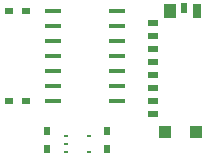
<source format=gtp>
%TF.GenerationSoftware,KiCad,Pcbnew,4.0.5-e0-6337~49~ubuntu16.04.1*%
%TF.CreationDate,2017-02-24T14:19:37-08:00*%
%TF.ProjectId,sd-micro-pushpull-0475710001-breakout,73642D6D6963726F2D7075736870756C,v1.0*%
%TF.FileFunction,Paste,Top*%
%FSLAX46Y46*%
G04 Gerber Fmt 4.6, Leading zero omitted, Abs format (unit mm)*
G04 Created by KiCad (PCBNEW 4.0.5-e0-6337~49~ubuntu16.04.1) date Fri Feb 24 14:19:37 2017*
%MOMM*%
%LPD*%
G01*
G04 APERTURE LIST*
%ADD10C,0.350000*%
%ADD11R,0.597600X0.647600*%
%ADD12R,0.647600X0.597600*%
%ADD13R,0.747600X1.247600*%
%ADD14R,0.997600X1.047600*%
%ADD15R,1.047600X1.297600*%
%ADD16R,0.847600X0.547600*%
%ADD17R,0.547600X0.847600*%
%ADD18R,0.447600X0.267600*%
%ADD19R,1.347600X0.447600*%
G04 APERTURE END LIST*
D10*
D11*
X133096000Y-105422000D03*
X133096000Y-106922000D03*
D12*
X131318000Y-102870000D03*
X129818000Y-102870000D03*
X131318000Y-95250000D03*
X129818000Y-95250000D03*
D11*
X138176000Y-105434000D03*
X138176000Y-106934000D03*
D13*
X145796000Y-95250000D03*
D14*
X145659500Y-105514900D03*
D15*
X143496000Y-95275000D03*
D14*
X143059500Y-105514900D03*
D16*
X142019500Y-102914900D03*
X142019500Y-104014900D03*
X142019500Y-101814900D03*
X142019500Y-100714900D03*
X142019500Y-99614900D03*
X142019500Y-96314900D03*
X142019500Y-97414900D03*
X142019500Y-98514900D03*
D17*
X144646000Y-95050000D03*
D18*
X134686000Y-105888000D03*
X134686000Y-107188000D03*
X136586000Y-105888000D03*
X134686000Y-106538000D03*
X136586000Y-107188000D03*
D19*
X139004000Y-102870000D03*
X139004000Y-101600000D03*
X139004000Y-100330000D03*
X139004000Y-99060000D03*
X139004000Y-97790000D03*
X139004000Y-96520000D03*
X139004000Y-95250000D03*
X133604000Y-95250000D03*
X133604000Y-96520000D03*
X133604000Y-97790000D03*
X133604000Y-99060000D03*
X133604000Y-100330000D03*
X133604000Y-101600000D03*
X133604000Y-102870000D03*
M02*

</source>
